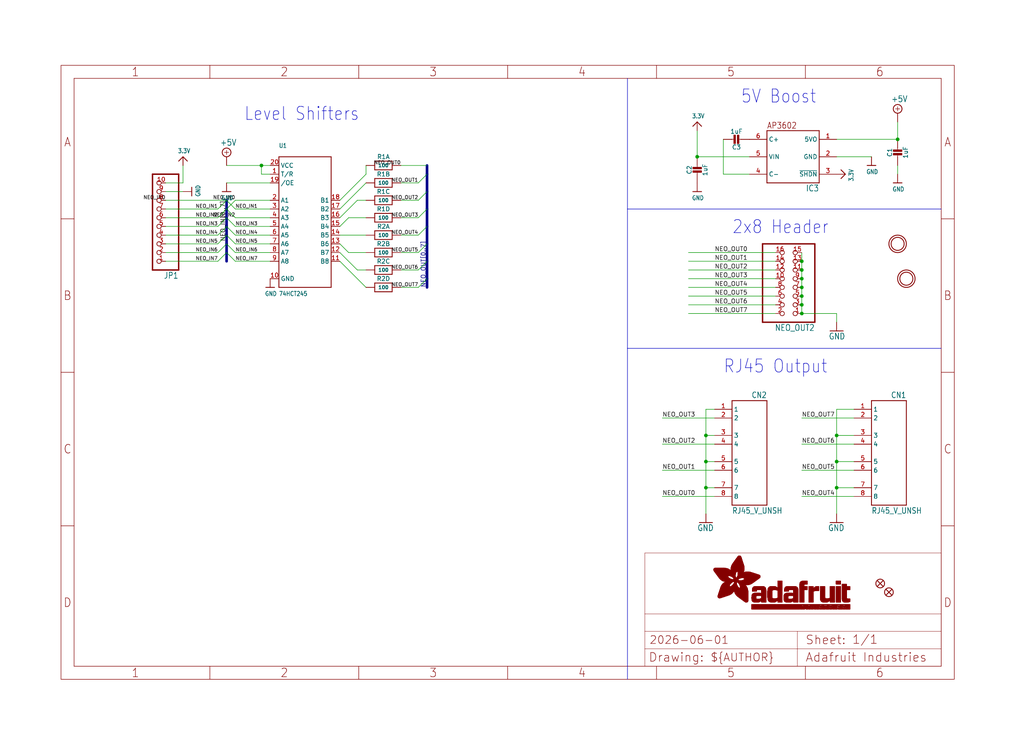
<source format=kicad_sch>
(kicad_sch (version 20230121) (generator eeschema)
  (paper "User" 298.45 217.322)
  (lib_symbols
    (symbol "working-eagle-import:+5V" (power)
      (property "Value" "+5V" (at -1.905 3.175 0))
      (symbol "+5V_1_0"
        (pin power_in line (at 0 -2.54 90) (length 2.54) (name "+5V") (number "1"))
      )
    )
    (symbol "working-eagle-import:3.3V" (power)
      (property "Value" "3.3V" (at -1.524 1.016 0))
      (symbol "3.3V_1_0"
        (pin power_in line (at 0 -2.54 90) (length 2.54) (name "3.3V") (number "1"))
      )
    )
    (symbol "working-eagle-import:74LCX245"
      (property "Reference" "U" (at -7.62 22.86 0))
      (symbol "74LCX245_1_0"
        (pin bidirectional line (at -10.16 15.24 0) (length 2.54) (name "T/R") (number "1"))
        (pin bidirectional line (at -10.16 -15.24 0) (length 2.54) (name "GND") (number "10"))
        (pin bidirectional line (at 10.16 -10.16 180) (length 2.54) (name "B8") (number "11"))
        (pin bidirectional line (at 10.16 -7.62 180) (length 2.54) (name "B7") (number "12"))
        (pin bidirectional line (at 10.16 -5.08 180) (length 2.54) (name "B6") (number "13"))
        (pin bidirectional line (at 10.16 -2.54 180) (length 2.54) (name "B5") (number "14"))
        (pin bidirectional line (at 10.16 0 180) (length 2.54) (name "B4") (number "15"))
        (pin bidirectional line (at 10.16 2.54 180) (length 2.54) (name "B3") (number "16"))
        (pin bidirectional line (at 10.16 5.08 180) (length 2.54) (name "B2") (number "17"))
        (pin bidirectional line (at 10.16 7.62 180) (length 2.54) (name "B1") (number "18"))
        (pin bidirectional line (at -10.16 12.7 0) (length 2.54) (name "/OE") (number "19"))
        (pin bidirectional line (at -10.16 7.62 0) (length 2.54) (name "A1") (number "2"))
        (pin bidirectional line (at -10.16 17.78 0) (length 2.54) (name "VCC") (number "20"))
        (pin bidirectional line (at -10.16 5.08 0) (length 2.54) (name "A2") (number "3"))
        (pin bidirectional line (at -10.16 2.54 0) (length 2.54) (name "A3") (number "4"))
        (pin bidirectional line (at -10.16 0 0) (length 2.54) (name "A4") (number "5"))
        (pin bidirectional line (at -10.16 -2.54 0) (length 2.54) (name "A5") (number "6"))
        (pin bidirectional line (at -10.16 -5.08 0) (length 2.54) (name "A6") (number "7"))
        (pin bidirectional line (at -10.16 -7.62 0) (length 2.54) (name "A7") (number "8"))
        (pin bidirectional line (at -10.16 -10.16 0) (length 2.54) (name "A8") (number "9"))
      )
    )
    (symbol "working-eagle-import:AP3602"
      (property "Reference" "IC" (at -7.62 -10.16 0))
      (symbol "AP3602_1_0"
        (text "AP3602" (at 7.62 10.16 0) (effects (font (size 1.778 1.5113)) (justify right top)))
        (pin power_in line (at -12.7 5.08 0) (length 5.08) (name "5VO") (number "1"))
        (pin power_in line (at -12.7 0 0) (length 5.08) (name "GND") (number "2"))
        (pin input line (at -12.7 -5.08 0) (length 5.08) (name "~{SHDN}") (number "3"))
        (pin bidirectional line (at 12.7 -5.08 180) (length 5.08) (name "C-") (number "4"))
        (pin power_in line (at 12.7 0 180) (length 5.08) (name "VIN") (number "5"))
        (pin bidirectional line (at 12.7 5.08 180) (length 5.08) (name "C+") (number "6"))
      )
    )
    (symbol "working-eagle-import:CAP_CERAMIC0603_NO"
      (property "Reference" "C" (at -2.29 1.25 90))
      (symbol "CAP_CERAMIC0603_NO_1_0"
        (pin passive line (at 0 5.08 270) (length 2.54) (name "1") (number "1"))
        (pin passive line (at 0 -2.54 90) (length 2.54) (name "2") (number "2"))
      )
    )
    (symbol "working-eagle-import:FIDUCIAL_1MM")
    (symbol "working-eagle-import:FRAME_A4_ADAFRUIT"
      (symbol "FRAME_A4_ADAFRUIT_1_0"
        (text "${#}/${##}" (at 230.505 10.16 0) (effects (font (size 2.54 2.54)) (justify left bottom)))
        (text "${AUTHOR}" (at 189.23 5.08 0) (effects (font (size 2.286 2.286)) (justify left bottom)))
        (text "${CURRENT_DATE}" (at 171.45 10.16 0) (effects (font (size 2.286 2.286)) (justify left bottom)))
        (text "${PROJECTNAME}" (at 171.45 15.24 0) (effects (font (size 2.54 2.54)) (justify left bottom)))
        (text "1" (at 21.6958 1.905 0) (effects (font (size 2.54 2.286))))
        (text "1" (at 21.6958 177.165 0) (effects (font (size 2.54 2.286))))
        (text "2" (at 65.0875 1.905 0) (effects (font (size 2.54 2.286))))
        (text "2" (at 65.0875 177.165 0) (effects (font (size 2.54 2.286))))
        (text "3" (at 108.4792 1.905 0) (effects (font (size 2.54 2.286))))
        (text "3" (at 108.4792 177.165 0) (effects (font (size 2.54 2.286))))
        (text "4" (at 151.8708 1.905 0) (effects (font (size 2.54 2.286))))
        (text "4" (at 151.8708 177.165 0) (effects (font (size 2.54 2.286))))
        (text "5" (at 195.2625 1.905 0) (effects (font (size 2.54 2.286))))
        (text "5" (at 195.2625 177.165 0) (effects (font (size 2.54 2.286))))
        (text "6" (at 238.6542 1.905 0) (effects (font (size 2.54 2.286))))
        (text "6" (at 238.6542 177.165 0) (effects (font (size 2.54 2.286))))
        (text "A" (at 1.905 156.6863 0) (effects (font (size 2.54 2.286))))
        (text "A" (at 258.445 156.6863 0) (effects (font (size 2.54 2.286))))
        (text "Adafruit Industries" (at 216.916 4.953 0) (effects (font (size 2.54 2.54)) (justify left bottom)))
        (text "B" (at 1.905 111.9188 0) (effects (font (size 2.54 2.286))))
        (text "B" (at 258.445 111.9188 0) (effects (font (size 2.54 2.286))))
        (text "C" (at 1.905 67.1513 0) (effects (font (size 2.54 2.286))))
        (text "C" (at 258.445 67.1513 0) (effects (font (size 2.54 2.286))))
        (text "D" (at 1.905 22.3838 0) (effects (font (size 2.54 2.286))))
        (text "D" (at 258.445 22.3838 0) (effects (font (size 2.54 2.286))))
        (text "Drawing:" (at 171.196 4.953 0) (effects (font (size 2.54 2.54)) (justify left bottom)))
        (text "Sheet:" (at 216.916 10.033 0) (effects (font (size 2.54 2.54)) (justify left bottom)))
      )
    )
    (symbol "working-eagle-import:GND" (power)
      (property "Value" "GND" (at -1.524 -2.54 0))
      (symbol "GND_1_0"
        (pin power_in line (at 0 2.54 270) (length 2.54) (name "GND") (number "1"))
      )
    )
    (symbol "working-eagle-import:HEADER-1X1070MIL"
      (property "Reference" "JP" (at -6.35 13.335 0))
      (symbol "HEADER-1X1070MIL_1_0"
        (pin passive inverted (at -2.54 10.16 0) (length 2.54) (name "1") (number "1"))
        (pin passive inverted (at -2.54 -12.7 0) (length 2.54) (name "10") (number "10"))
        (pin passive inverted (at -2.54 7.62 0) (length 2.54) (name "2") (number "2"))
        (pin passive inverted (at -2.54 5.08 0) (length 2.54) (name "3") (number "3"))
        (pin passive inverted (at -2.54 2.54 0) (length 2.54) (name "4") (number "4"))
        (pin passive inverted (at -2.54 0 0) (length 2.54) (name "5") (number "5"))
        (pin passive inverted (at -2.54 -2.54 0) (length 2.54) (name "6") (number "6"))
        (pin passive inverted (at -2.54 -5.08 0) (length 2.54) (name "7") (number "7"))
        (pin passive inverted (at -2.54 -7.62 0) (length 2.54) (name "8") (number "8"))
        (pin passive inverted (at -2.54 -10.16 0) (length 2.54) (name "9") (number "9"))
      )
    )
    (symbol "working-eagle-import:HEADER-2X8"
      (property "Reference" "JP" (at -8.89 10.795 0))
      (symbol "HEADER-2X8_1_0"
        (pin passive inverted (at -5.08 7.62 0) (length 2.54) (name "1") (number "1"))
        (pin passive inverted (at 2.54 -2.54 180) (length 2.54) (name "10") (number "10"))
        (pin passive inverted (at -5.08 -5.08 0) (length 2.54) (name "11") (number "11"))
        (pin passive inverted (at 2.54 -5.08 180) (length 2.54) (name "12") (number "12"))
        (pin passive inverted (at -5.08 -7.62 0) (length 2.54) (name "13") (number "13"))
        (pin passive inverted (at 2.54 -7.62 180) (length 2.54) (name "14") (number "14"))
        (pin passive inverted (at -5.08 -10.16 0) (length 2.54) (name "15") (number "15"))
        (pin passive inverted (at 2.54 -10.16 180) (length 2.54) (name "16") (number "16"))
        (pin passive inverted (at 2.54 7.62 180) (length 2.54) (name "2") (number "2"))
        (pin passive inverted (at -5.08 5.08 0) (length 2.54) (name "3") (number "3"))
        (pin passive inverted (at 2.54 5.08 180) (length 2.54) (name "4") (number "4"))
        (pin passive inverted (at -5.08 2.54 0) (length 2.54) (name "5") (number "5"))
        (pin passive inverted (at 2.54 2.54 180) (length 2.54) (name "6") (number "6"))
        (pin passive inverted (at -5.08 0 0) (length 2.54) (name "7") (number "7"))
        (pin passive inverted (at 2.54 0 180) (length 2.54) (name "8") (number "8"))
        (pin passive inverted (at -5.08 -2.54 0) (length 2.54) (name "9") (number "9"))
      )
    )
    (symbol "working-eagle-import:MOUNTINGHOLE2.5")
    (symbol "working-eagle-import:RESISTOR_4PACK"
      (property "Reference" "R" (at 0 2.54 0))
      (symbol "RESISTOR_4PACK_1_0"
        (pin passive line (at -5.08 0 0) (length 2.54) (name "1") (number "1"))
        (pin passive line (at 5.08 0 180) (length 2.54) (name "2") (number "8"))
      )
      (symbol "RESISTOR_4PACK_2_0"
        (pin passive line (at -5.08 0 0) (length 2.54) (name "1") (number "2"))
        (pin passive line (at 5.08 0 180) (length 2.54) (name "2") (number "7"))
      )
      (symbol "RESISTOR_4PACK_3_0"
        (pin passive line (at -5.08 0 0) (length 2.54) (name "1") (number "3"))
        (pin passive line (at 5.08 0 180) (length 2.54) (name "2") (number "6"))
      )
      (symbol "RESISTOR_4PACK_4_0"
        (pin passive line (at -5.08 0 0) (length 2.54) (name "1") (number "4"))
        (pin passive line (at 5.08 0 180) (length 2.54) (name "2") (number "5"))
      )
    )
    (symbol "working-eagle-import:RJ45_V_UNSH"
      (property "Reference" "CN" (at 5.08 17.78 0))
      (symbol "RJ45_V_UNSH_1_0"
        (pin bidirectional line (at -10.16 12.7 0) (length 5.08) (name "1") (number "1"))
        (pin bidirectional line (at -10.16 10.16 0) (length 5.08) (name "2") (number "2"))
        (pin bidirectional line (at -10.16 5.08 0) (length 5.08) (name "3") (number "3"))
        (pin bidirectional line (at -10.16 2.54 0) (length 5.08) (name "4") (number "4"))
        (pin bidirectional line (at -10.16 -2.54 0) (length 5.08) (name "5") (number "5"))
        (pin bidirectional line (at -10.16 -5.08 0) (length 5.08) (name "6") (number "6"))
        (pin bidirectional line (at -10.16 -10.16 0) (length 5.08) (name "7") (number "7"))
        (pin bidirectional line (at -10.16 -12.7 0) (length 5.08) (name "8") (number "8"))
      )
    )
    (symbol "working-eagle-import:supply1_GND" (power)
      (property "Value" "supply1_GND" (at -2.54 -2.54 0))
      (symbol "supply1_GND_1_0"
        (pin power_in line (at 0 2.54 270) (length 2.54) (name "GND") (number "1"))
      )
    )
  )
  (junction (at 233.68 78.74))
  (junction (at 243.84 134.62))
  (junction (at 203.2 45.72))
  (junction (at 233.68 86.36))
  (junction (at 76.2 48.26))
  (junction (at 205.74 142.24))
  (junction (at 233.68 88.9))
  (junction (at 261.62 40.64))
  (junction (at 233.68 83.82))
  (junction (at 233.68 91.44))
  (junction (at 233.68 76.2))
  (junction (at 243.84 142.24))
  (junction (at 205.74 127))
  (junction (at 243.84 127))
  (junction (at 233.68 81.28))
  (junction (at 205.74 134.62))
  (bus_entry (at 121.92 58.42) (size 2.54 -2.54))
  (bus_entry (at 63.5 66.04) (size 2.54 -2.54))
  (bus_entry (at 121.92 83.82) (size 2.54 -2.54))
  (bus_entry (at 68.58 58.42) (size -2.54 2.54))
  (bus_entry (at 68.58 60.96) (size -2.54 -2.54))
  (bus_entry (at 63.5 71.12) (size 2.54 -2.54))
  (bus_entry (at 121.92 63.5) (size 2.54 -2.54))
  (bus_entry (at 68.58 63.5) (size -2.54 -2.54))
  (bus_entry (at 68.58 68.58) (size -2.54 -2.54))
  (bus_entry (at 63.5 73.66) (size 2.54 -2.54))
  (bus_entry (at 121.92 68.58) (size 2.54 -2.54))
  (bus_entry (at 121.92 53.34) (size 2.54 -2.54))
  (bus_entry (at 121.92 73.66) (size 2.54 -2.54))
  (bus_entry (at 68.58 73.66) (size -2.54 -2.54))
  (bus_entry (at 121.92 78.74) (size 2.54 -2.54))
  (bus_entry (at 68.58 71.12) (size -2.54 -2.54))
  (bus_entry (at 63.5 68.58) (size 2.54 -2.54))
  (bus_entry (at 63.5 76.2) (size 2.54 -2.54))
  (bus_entry (at 63.5 60.96) (size 2.54 -2.54))
  (bus_entry (at 63.5 63.5) (size 2.54 -2.54))
  (bus_entry (at 68.58 66.04) (size -2.54 -2.54))
  (bus_entry (at 68.58 76.2) (size -2.54 -2.54))
  (wire (pts (xy 78.74 50.8) (xy 76.2 50.8)) (stroke (width 0.1524)))
  (wire (pts (xy 66.04 53.34) (xy 78.74 53.34)) (stroke (width 0.1524)))
  (bus (pts (xy 66.04 73.66) (xy 66.04 76.2)) (stroke (width 0.762)))
  (wire (pts (xy 200.66 73.66) (xy 226.06 73.66)) (stroke (width 0.1524)))
  (wire (pts (xy 48.26 73.66) (xy 63.5 73.66)) (stroke (width 0.1524)))
  (wire (pts (xy 104.14 58.42) (xy 106.68 58.42)) (stroke (width 0.1524)))
  (wire (pts (xy 248.92 134.62) (xy 243.84 134.62)) (stroke (width 0.1524)))
  (wire (pts (xy 99.06 68.58) (xy 106.68 68.58)) (stroke (width 0.1524)))
  (wire (pts (xy 48.26 68.58) (xy 63.5 68.58)) (stroke (width 0.1524)))
  (wire (pts (xy 78.74 76.2) (xy 68.58 76.2)) (stroke (width 0.1524)))
  (wire (pts (xy 233.68 86.36) (xy 233.68 88.9)) (stroke (width 0.1524)))
  (wire (pts (xy 116.84 53.34) (xy 121.92 53.34)) (stroke (width 0.1524)))
  (bus (pts (xy 124.46 60.96) (xy 124.46 66.04)) (stroke (width 0.762)))
  (wire (pts (xy 48.26 63.5) (xy 63.5 63.5)) (stroke (width 0.1524)))
  (wire (pts (xy 48.26 60.96) (xy 63.5 60.96)) (stroke (width 0.1524)))
  (wire (pts (xy 226.06 83.82) (xy 200.66 83.82)) (stroke (width 0.1524)))
  (wire (pts (xy 233.68 91.44) (xy 243.84 91.44)) (stroke (width 0.1524)))
  (wire (pts (xy 218.44 45.72) (xy 203.2 45.72)) (stroke (width 0.1524)))
  (wire (pts (xy 76.2 48.26) (xy 78.74 48.26)) (stroke (width 0.1524)))
  (wire (pts (xy 68.58 63.5) (xy 78.74 63.5)) (stroke (width 0.1524)))
  (wire (pts (xy 205.74 142.24) (xy 208.28 142.24)) (stroke (width 0.1524)))
  (wire (pts (xy 99.06 73.66) (xy 104.14 78.74)) (stroke (width 0.1524)))
  (wire (pts (xy 208.28 121.92) (xy 193.04 121.92)) (stroke (width 0.1524)))
  (wire (pts (xy 116.84 63.5) (xy 121.92 63.5)) (stroke (width 0.1524)))
  (wire (pts (xy 243.84 127) (xy 243.84 134.62)) (stroke (width 0.1524)))
  (wire (pts (xy 116.84 48.26) (xy 124.46 48.26)) (stroke (width 0.1524)))
  (wire (pts (xy 78.74 68.58) (xy 68.58 68.58)) (stroke (width 0.1524)))
  (wire (pts (xy 208.28 119.38) (xy 205.74 119.38)) (stroke (width 0.1524)))
  (wire (pts (xy 233.68 129.54) (xy 248.92 129.54)) (stroke (width 0.1524)))
  (wire (pts (xy 248.92 144.78) (xy 233.68 144.78)) (stroke (width 0.1524)))
  (wire (pts (xy 248.92 127) (xy 243.84 127)) (stroke (width 0.1524)))
  (wire (pts (xy 205.74 134.62) (xy 205.74 142.24)) (stroke (width 0.1524)))
  (wire (pts (xy 48.26 53.34) (xy 53.34 53.34)) (stroke (width 0.1524)))
  (wire (pts (xy 261.62 40.64) (xy 261.62 35.56)) (stroke (width 0.1524)))
  (polyline (pts (xy 182.88 60.96) (xy 182.88 22.86)) (stroke (width 0.1524) (type solid)))
  (polyline (pts (xy 182.88 101.6) (xy 182.88 60.96)) (stroke (width 0.1524) (type solid)))
  (wire (pts (xy 208.28 127) (xy 205.74 127)) (stroke (width 0.1524)))
  (wire (pts (xy 233.68 88.9) (xy 233.68 91.44)) (stroke (width 0.1524)))
  (wire (pts (xy 193.04 137.16) (xy 208.28 137.16)) (stroke (width 0.1524)))
  (wire (pts (xy 210.82 50.8) (xy 210.82 40.64)) (stroke (width 0.1524)))
  (wire (pts (xy 68.58 58.42) (xy 78.74 58.42)) (stroke (width 0.1524)))
  (wire (pts (xy 243.84 119.38) (xy 243.84 127)) (stroke (width 0.1524)))
  (wire (pts (xy 78.74 66.04) (xy 68.58 66.04)) (stroke (width 0.1524)))
  (polyline (pts (xy 182.88 60.96) (xy 274.32 60.96)) (stroke (width 0.1524) (type solid)))
  (wire (pts (xy 248.92 137.16) (xy 233.68 137.16)) (stroke (width 0.1524)))
  (wire (pts (xy 78.74 60.96) (xy 68.58 60.96)) (stroke (width 0.1524)))
  (bus (pts (xy 124.46 55.88) (xy 124.46 60.96)) (stroke (width 0.762)))
  (bus (pts (xy 66.04 60.96) (xy 66.04 63.5)) (stroke (width 0.762)))
  (wire (pts (xy 48.26 71.12) (xy 63.5 71.12)) (stroke (width 0.1524)))
  (bus (pts (xy 66.04 58.42) (xy 66.04 60.96)) (stroke (width 0.762)))
  (wire (pts (xy 200.66 76.2) (xy 226.06 76.2)) (stroke (width 0.1524)))
  (wire (pts (xy 208.28 134.62) (xy 205.74 134.62)) (stroke (width 0.1524)))
  (wire (pts (xy 233.68 78.74) (xy 233.68 81.28)) (stroke (width 0.1524)))
  (polyline (pts (xy 182.88 101.6) (xy 274.32 101.6)) (stroke (width 0.1524) (type solid)))
  (wire (pts (xy 208.28 144.78) (xy 193.04 144.78)) (stroke (width 0.1524)))
  (bus (pts (xy 66.04 71.12) (xy 66.04 73.66)) (stroke (width 0.762)))
  (bus (pts (xy 66.04 63.5) (xy 66.04 66.04)) (stroke (width 0.762)))
  (wire (pts (xy 99.06 58.42) (xy 106.68 50.8)) (stroke (width 0.1524)))
  (wire (pts (xy 233.68 81.28) (xy 233.68 83.82)) (stroke (width 0.1524)))
  (wire (pts (xy 99.06 60.96) (xy 106.68 53.34)) (stroke (width 0.1524)))
  (wire (pts (xy 205.74 119.38) (xy 205.74 127)) (stroke (width 0.1524)))
  (wire (pts (xy 104.14 78.74) (xy 106.68 78.74)) (stroke (width 0.1524)))
  (wire (pts (xy 53.34 53.34) (xy 53.34 48.26)) (stroke (width 0.1524)))
  (wire (pts (xy 106.68 50.8) (xy 106.68 48.26)) (stroke (width 0.1524)))
  (wire (pts (xy 78.74 73.66) (xy 68.58 73.66)) (stroke (width 0.1524)))
  (wire (pts (xy 200.66 81.28) (xy 226.06 81.28)) (stroke (width 0.1524)))
  (wire (pts (xy 116.84 83.82) (xy 121.92 83.82)) (stroke (width 0.1524)))
  (wire (pts (xy 243.84 91.44) (xy 243.84 93.98)) (stroke (width 0.1524)))
  (bus (pts (xy 124.46 48.26) (xy 124.46 50.8)) (stroke (width 0.762)))
  (bus (pts (xy 124.46 66.04) (xy 124.46 71.12)) (stroke (width 0.762)))
  (wire (pts (xy 48.26 66.04) (xy 63.5 66.04)) (stroke (width 0.1524)))
  (wire (pts (xy 243.84 40.64) (xy 261.62 40.64)) (stroke (width 0.1524)))
  (bus (pts (xy 124.46 50.8) (xy 124.46 55.88)) (stroke (width 0.762)))
  (wire (pts (xy 76.2 50.8) (xy 76.2 48.26)) (stroke (width 0.1524)))
  (wire (pts (xy 116.84 78.74) (xy 121.92 78.74)) (stroke (width 0.1524)))
  (wire (pts (xy 248.92 119.38) (xy 243.84 119.38)) (stroke (width 0.1524)))
  (bus (pts (xy 66.04 68.58) (xy 66.04 71.12)) (stroke (width 0.762)))
  (wire (pts (xy 203.2 45.72) (xy 203.2 38.1)) (stroke (width 0.1524)))
  (wire (pts (xy 66.04 48.26) (xy 76.2 48.26)) (stroke (width 0.1524)))
  (wire (pts (xy 205.74 127) (xy 205.74 134.62)) (stroke (width 0.1524)))
  (wire (pts (xy 205.74 142.24) (xy 205.74 149.86)) (stroke (width 0.1524)))
  (wire (pts (xy 99.06 76.2) (xy 106.68 83.82)) (stroke (width 0.1524)))
  (wire (pts (xy 233.68 76.2) (xy 233.68 78.74)) (stroke (width 0.1524)))
  (wire (pts (xy 99.06 71.12) (xy 101.6 73.66)) (stroke (width 0.1524)))
  (wire (pts (xy 48.26 58.42) (xy 66.04 58.42)) (stroke (width 0.1524)))
  (wire (pts (xy 243.84 134.62) (xy 243.84 142.24)) (stroke (width 0.1524)))
  (wire (pts (xy 101.6 63.5) (xy 106.68 63.5)) (stroke (width 0.1524)))
  (bus (pts (xy 124.46 71.12) (xy 124.46 76.2)) (stroke (width 0.762)))
  (wire (pts (xy 101.6 73.66) (xy 106.68 73.66)) (stroke (width 0.1524)))
  (wire (pts (xy 116.84 58.42) (xy 121.92 58.42)) (stroke (width 0.1524)))
  (wire (pts (xy 200.66 78.74) (xy 226.06 78.74)) (stroke (width 0.1524)))
  (wire (pts (xy 218.44 50.8) (xy 210.82 50.8)) (stroke (width 0.1524)))
  (bus (pts (xy 124.46 81.28) (xy 124.46 83.82)) (stroke (width 0.762)))
  (wire (pts (xy 226.06 88.9) (xy 200.66 88.9)) (stroke (width 0.1524)))
  (wire (pts (xy 200.66 91.44) (xy 226.06 91.44)) (stroke (width 0.1524)))
  (wire (pts (xy 48.26 76.2) (xy 63.5 76.2)) (stroke (width 0.1524)))
  (wire (pts (xy 200.66 86.36) (xy 226.06 86.36)) (stroke (width 0.1524)))
  (wire (pts (xy 99.06 66.04) (xy 101.6 63.5)) (stroke (width 0.1524)))
  (wire (pts (xy 208.28 129.54) (xy 193.04 129.54)) (stroke (width 0.1524)))
  (wire (pts (xy 243.84 142.24) (xy 248.92 142.24)) (stroke (width 0.1524)))
  (wire (pts (xy 78.74 71.12) (xy 68.58 71.12)) (stroke (width 0.1524)))
  (wire (pts (xy 254 45.72) (xy 243.84 45.72)) (stroke (width 0.1524)))
  (wire (pts (xy 233.68 83.82) (xy 233.68 86.36)) (stroke (width 0.1524)))
  (wire (pts (xy 116.84 68.58) (xy 121.92 68.58)) (stroke (width 0.1524)))
  (wire (pts (xy 243.84 142.24) (xy 243.84 149.86)) (stroke (width 0.1524)))
  (bus (pts (xy 124.46 76.2) (xy 124.46 81.28)) (stroke (width 0.762)))
  (wire (pts (xy 116.84 73.66) (xy 121.92 73.66)) (stroke (width 0.1524)))
  (polyline (pts (xy 182.88 101.6) (xy 182.88 198.12)) (stroke (width 0.1524) (type solid)))
  (wire (pts (xy 53.34 55.88) (xy 48.26 55.88)) (stroke (width 0.1524)))
  (bus (pts (xy 66.04 66.04) (xy 66.04 68.58)) (stroke (width 0.762)))
  (wire (pts (xy 261.62 48.26) (xy 261.62 50.8)) (stroke (width 0.1524)))
  (wire (pts (xy 248.92 121.92) (xy 233.68 121.92)) (stroke (width 0.1524)))
  (wire (pts (xy 99.06 63.5) (xy 104.14 58.42)) (stroke (width 0.1524)))
  (wire (pts (xy 233.68 73.66) (xy 233.68 76.2)) (stroke (width 0.1524)))
  (text "Level Shifters" (at 71.12 35.56 0) (effects (font (size 3.81 3.2385)) (justify left bottom)))
  (text "2x8 Header" (at 213.36 68.58 0) (effects (font (size 3.81 3.2385)) (justify left bottom)))
  (text "RJ45 Output" (at 210.82 109.22 0) (effects (font (size 3.81 3.2385)) (justify left bottom)))
  (text "5V Boost" (at 215.9 30.48 0) (effects (font (size 3.81 3.2385)) (justify left bottom)))
  (label "NEO_OUT5" (at 121.92 73.66 180) (effects (font (size 1.016 1.016))))
  (label "NEO_OUT0" (at 193.04 144.78 0) (effects (font (size 1.2446 1.2446))))
  (label "NEO_IN0" (at 48.26 58.42 180) (effects (font (size 1.016 1.016))))
  (label "NEO_IN5" (at 63.5 71.12 180) (effects (font (size 1.016 1.016))))
  (label "NEO_IN6" (at 63.5 73.66 180) (effects (font (size 1.016 1.016))))
  (label "NEO_OUT7" (at 233.68 121.92 0) (effects (font (size 1.2446 1.2446))))
  (label "NEO_OUT2" (at 193.04 129.54 0) (effects (font (size 1.2446 1.2446))))
  (label "NEO_IN3" (at 68.58 66.04 0) (effects (font (size 1.016 1.016))))
  (label "NEO_IN1" (at 63.5 60.96 180) (effects (font (size 1.016 1.016))))
  (label "NEO_IN4" (at 63.5 68.58 180) (effects (font (size 1.016 1.016))))
  (label "NEO_IN[0..7]" (at 66.04 58.42 270) (effects (font (size 1.2446 1.2446))))
  (label "NEO_IN0" (at 68.58 58.42 180) (effects (font (size 1.016 1.016))))
  (label "NEO_OUT1" (at 193.04 137.16 0) (effects (font (size 1.2446 1.2446))))
  (label "NEO_OUT0" (at 116.84 48.26 180) (effects (font (size 1.016 1.016))))
  (label "NEO_OUT4" (at 121.92 68.58 180) (effects (font (size 1.016 1.016))))
  (label "NEO_OUT2" (at 208.28 78.74 0) (effects (font (size 1.2446 1.2446))))
  (label "NEO_OUT4" (at 233.68 144.78 0) (effects (font (size 1.2446 1.2446))))
  (label "NEO_IN3" (at 63.5 66.04 180) (effects (font (size 1.016 1.016))))
  (label "NEO_OUT1" (at 121.92 53.34 180) (effects (font (size 1.016 1.016))))
  (label "NEO_OUT[0..7]" (at 124.46 83.82 90) (effects (font (size 1.2446 1.2446))))
  (label "NEO_OUT5" (at 208.28 86.36 0) (effects (font (size 1.2446 1.2446))))
  (label "NEO_OUT7" (at 121.92 83.82 180) (effects (font (size 1.016 1.016))))
  (label "NEO_OUT3" (at 208.28 81.28 0) (effects (font (size 1.2446 1.2446))))
  (label "NEO_IN1" (at 68.58 60.96 0) (effects (font (size 1.016 1.016))))
  (label "NEO_OUT1" (at 208.28 76.2 0) (effects (font (size 1.2446 1.2446))))
  (label "NEO_OUT2" (at 121.92 58.42 180) (effects (font (size 1.016 1.016))))
  (label "NEO_OUT6" (at 208.28 88.9 0) (effects (font (size 1.2446 1.2446))))
  (label "NEO_IN4" (at 68.58 68.58 0) (effects (font (size 1.016 1.016))))
  (label "NEO_OUT0" (at 208.28 73.66 0) (effects (font (size 1.2446 1.2446))))
  (label "NEO_OUT7" (at 208.28 91.44 0) (effects (font (size 1.2446 1.2446))))
  (label "NEO_OUT4" (at 208.28 83.82 0) (effects (font (size 1.2446 1.2446))))
  (label "NEO_OUT3" (at 121.92 63.5 180) (effects (font (size 1.016 1.016))))
  (label "NEO_IN7" (at 68.58 76.2 0) (effects (font (size 1.016 1.016))))
  (label "NEO_OUT6" (at 121.92 78.74 180) (effects (font (size 1.016 1.016))))
  (label "NEO_IN7" (at 63.5 76.2 180) (effects (font (size 1.016 1.016))))
  (label "NEO_IN6" (at 68.58 73.66 0) (effects (font (size 1.016 1.016))))
  (label "NEO_OUT5" (at 233.68 137.16 0) (effects (font (size 1.2446 1.2446))))
  (label "NEO_IN5" (at 68.58 71.12 0) (effects (font (size 1.016 1.016))))
  (label "NEO_OUT6" (at 233.68 129.54 0) (effects (font (size 1.2446 1.2446))))
  (label "NEO_IN2" (at 63.5 63.5 180) (effects (font (size 1.016 1.016))))
  (label "NEO_OUT3" (at 193.04 121.92 0) (effects (font (size 1.2446 1.2446))))
  (label "NEO_IN2" (at 68.58 63.5 180) (effects (font (size 1.016 1.016))))
  (symbol (lib_id "working-eagle-import:RJ45_V_UNSH") (at 259.08 132.08 0) (unit 1)
    (property "Reference" "CN1" (at 264.16 114.3 0) (effects (font (size 1.6764 1.4249)) (justify right top)))
    (property "Value" "RJ45_V_UNSH" (at 254 149.86 0) (effects (font (size 1.6764 1.4249)) (justify left bottom)))
    (property "Footprint" "working:RJ45_VERTICAL_UNSHIELDED" (effects hide))
  )
  (symbol (lib_id "working-eagle-import:3.3V") (at 203.2 35.56 0) (unit 1)
    (property "Reference" "#U$4" (effects hide))
    (property "Value" "3.3V" (at 201.676 34.544 0) (effects (font (size 1.27 1.0795)) (justify left bottom)))
  )
  (symbol (lib_id "working-eagle-import:RJ45_V_UNSH") (at 218.44 132.08 0) (unit 1)
    (property "Reference" "CN2" (at 223.52 114.3 0) (effects (font (size 1.6764 1.4249)) (justify right top)))
    (property "Value" "RJ45_V_UNSH" (at 213.36 149.86 0) (effects (font (size 1.6764 1.4249)) (justify left bottom)))
    (property "Footprint" "working:RJ45_VERTICAL_UNSHIELDED" (effects hide))
  )
  (symbol (lib_id "working-eagle-import:FRAME_A4_ADAFRUIT") (at 17.78 198.12 0) (unit 1)
    (property "Reference" "#U$1" (effects hide))
    (property "Value" "FRAME_A4_ADAFRUIT" (effects hide))
  )
  (symbol (lib_id "working-eagle-import:GND") (at 261.62 53.34 0) (unit 1)
    (property "Reference" "#U$2" (effects hide))
    (property "Value" "GND" (at 260.096 55.88 0) (effects (font (size 1.27 1.0795)) (justify left bottom)))
  )
  (symbol (lib_id "working-eagle-import:MOUNTINGHOLE2.5") (at 264.16 81.28 0) (unit 1)
    (property "Reference" "U$7" (effects hide))
    (property "Value" "MOUNTINGHOLE2.5" (effects hide))
    (property "Footprint" "working:MOUNTINGHOLE_2.5_PLATED" (effects hide))
  )
  (symbol (lib_id "working-eagle-import:RESISTOR_4PACK") (at 111.76 63.5 0) (unit 4)
    (property "Reference" "R1" (at 111.76 60.96 0))
    (property "Value" "100" (at 111.76 63.5 0) (effects (font (size 1.016 1.016) bold)))
    (property "Footprint" "working:RESPACK_4X0603" (effects hide))
  )
  (symbol (lib_id "working-eagle-import:FIDUCIAL_1MM") (at 259.08 172.72 0) (unit 1)
    (property "Reference" "FID2" (effects hide))
    (property "Value" "FIDUCIAL_1MM" (effects hide))
    (property "Footprint" "working:FIDUCIAL_1MM" (effects hide))
  )
  (symbol (lib_id "working-eagle-import:GND") (at 66.04 55.88 0) (unit 1)
    (property "Reference" "#U$9" (effects hide))
    (property "Value" "GND" (at 64.516 58.42 0) (effects (font (size 1.27 1.0795)) (justify left bottom)))
  )
  (symbol (lib_id "working-eagle-import:+5V") (at 66.04 45.72 0) (unit 1)
    (property "Reference" "#SUPPLY2" (effects hide))
    (property "Value" "+5V" (at 64.135 42.545 0) (effects (font (size 1.778 1.5113)) (justify left bottom)))
  )
  (symbol (lib_id "working-eagle-import:3.3V") (at 53.34 45.72 0) (unit 1)
    (property "Reference" "#U$10" (effects hide))
    (property "Value" "3.3V" (at 51.816 44.704 0) (effects (font (size 1.27 1.0795)) (justify left bottom)))
  )
  (symbol (lib_id "working-eagle-import:3.3V") (at 246.38 50.8 270) (unit 1)
    (property "Reference" "#U$6" (effects hide))
    (property "Value" "3.3V" (at 247.396 49.276 0) (effects (font (size 1.27 1.0795)) (justify left bottom)))
  )
  (symbol (lib_id "working-eagle-import:RESISTOR_4PACK") (at 111.76 73.66 0) (unit 2)
    (property "Reference" "R2" (at 111.76 71.12 0))
    (property "Value" "100" (at 111.76 73.66 0) (effects (font (size 1.016 1.016) bold)))
    (property "Footprint" "working:RESPACK_4X0603" (effects hide))
  )
  (symbol (lib_id "working-eagle-import:GND") (at 254 48.26 0) (unit 1)
    (property "Reference" "#U$13" (effects hide))
    (property "Value" "GND" (at 252.476 50.8 0) (effects (font (size 1.27 1.0795)) (justify left bottom)))
  )
  (symbol (lib_id "working-eagle-import:supply1_GND") (at 243.84 152.4 0) (unit 1)
    (property "Reference" "#GND12" (effects hide))
    (property "Value" "GND" (at 241.3 154.94 0) (effects (font (size 1.778 1.5113)) (justify left bottom)))
  )
  (symbol (lib_id "working-eagle-import:+5V") (at 261.62 33.02 0) (unit 1)
    (property "Reference" "#SUPPLY1" (effects hide))
    (property "Value" "+5V" (at 259.715 29.845 0) (effects (font (size 1.778 1.5113)) (justify left bottom)))
  )
  (symbol (lib_id "working-eagle-import:supply1_GND") (at 243.84 96.52 0) (mirror y) (unit 1)
    (property "Reference" "#GND3" (effects hide))
    (property "Value" "GND" (at 246.38 99.06 0) (effects (font (size 1.778 1.5113)) (justify left bottom)))
  )
  (symbol (lib_id "working-eagle-import:RESISTOR_4PACK") (at 111.76 78.74 0) (unit 3)
    (property "Reference" "R2" (at 111.76 76.2 0))
    (property "Value" "100" (at 111.76 78.74 0) (effects (font (size 1.016 1.016) bold)))
    (property "Footprint" "working:RESPACK_4X0603" (effects hide))
  )
  (symbol (lib_id "working-eagle-import:RESISTOR_4PACK") (at 111.76 48.26 0) (unit 1)
    (property "Reference" "R1" (at 111.76 45.72 0))
    (property "Value" "100" (at 111.76 48.26 0) (effects (font (size 1.016 1.016) bold)))
    (property "Footprint" "working:RESPACK_4X0603" (effects hide))
  )
  (symbol (lib_id "working-eagle-import:74LCX245") (at 88.9 66.04 0) (unit 1)
    (property "Reference" "U1" (at 81.28 43.18 0) (effects (font (size 1.27 1.0795)) (justify left bottom)))
    (property "Value" "74HCT245" (at 81.28 86.36 0) (effects (font (size 1.27 1.0795)) (justify left bottom)))
    (property "Footprint" "working:TSSOP20" (effects hide))
  )
  (symbol (lib_id "working-eagle-import:FIDUCIAL_1MM") (at 256.54 170.18 0) (unit 1)
    (property "Reference" "FID1" (effects hide))
    (property "Value" "FIDUCIAL_1MM" (effects hide))
    (property "Footprint" "working:FIDUCIAL_1MM" (effects hide))
  )
  (symbol (lib_id "working-eagle-import:GND") (at 78.74 83.82 0) (unit 1)
    (property "Reference" "#U$8" (effects hide))
    (property "Value" "GND" (at 77.216 86.36 0) (effects (font (size 1.27 1.0795)) (justify left bottom)))
  )
  (symbol (lib_id "working-eagle-import:CAP_CERAMIC0603_NO") (at 203.2 50.8 0) (unit 1)
    (property "Reference" "C2" (at 200.91 49.55 90))
    (property "Value" "1uF" (at 205.5 49.55 90))
    (property "Footprint" "working:0603-NO" (effects hide))
  )
  (symbol (lib_id "working-eagle-import:GND") (at 55.88 55.88 90) (unit 1)
    (property "Reference" "#U$14" (effects hide))
    (property "Value" "GND" (at 58.42 57.404 0) (effects (font (size 1.27 1.0795)) (justify left bottom)))
  )
  (symbol (lib_id "working-eagle-import:HEADER-1X1070MIL") (at 45.72 66.04 180) (unit 1)
    (property "Reference" "JP1" (at 52.07 79.375 0) (effects (font (size 1.778 1.5113)) (justify left bottom)))
    (property "Value" "HEADER-1X1070MIL" (effects hide))
    (property "Footprint" "working:1X10_ROUND70" (effects hide))
  )
  (symbol (lib_id "working-eagle-import:HEADER-2X8") (at 228.6 83.82 180) (unit 1)
    (property "Reference" "NEO_OUT2" (at 237.49 94.615 0) (effects (font (size 1.778 1.5113)) (justify left bottom)))
    (property "Value" "HEADER-2X8" (effects hide))
    (property "Footprint" "working:2X08" (effects hide))
  )
  (symbol (lib_id "working-eagle-import:AP3602") (at 231.14 45.72 0) (mirror y) (unit 1)
    (property "Reference" "IC3" (at 238.76 55.88 0) (effects (font (size 1.778 1.5113)) (justify left bottom)))
    (property "Value" "AP3602" (effects hide))
    (property "Footprint" "working:SOT23-6" (effects hide))
  )
  (symbol (lib_id "working-eagle-import:MOUNTINGHOLE2.5") (at 261.62 71.12 0) (unit 1)
    (property "Reference" "U$3" (effects hide))
    (property "Value" "MOUNTINGHOLE2.5" (effects hide))
    (property "Footprint" "working:MOUNTINGHOLE_2.5_PLATED" (effects hide))
  )
  (symbol (lib_id "working-eagle-import:RESISTOR_4PACK") (at 111.76 83.82 0) (unit 4)
    (property "Reference" "R2" (at 111.76 81.28 0))
    (property "Value" "100" (at 111.76 83.82 0) (effects (font (size 1.016 1.016) bold)))
    (property "Footprint" "working:RESPACK_4X0603" (effects hide))
  )
  (symbol (lib_id "working-eagle-import:RESISTOR_4PACK") (at 111.76 58.42 0) (unit 3)
    (property "Reference" "R1" (at 111.76 55.88 0))
    (property "Value" "100" (at 111.76 58.42 0) (effects (font (size 1.016 1.016) bold)))
    (property "Footprint" "working:RESPACK_4X0603" (effects hide))
  )
  (symbol (lib_id "working-eagle-import:CAP_CERAMIC0603_NO") (at 215.9 40.64 90) (unit 1)
    (property "Reference" "C3" (at 214.65 42.93 90))
    (property "Value" "1uF" (at 214.65 38.34 90))
    (property "Footprint" "working:0603-NO" (effects hide))
  )
  (symbol (lib_id "working-eagle-import:GND") (at 203.2 55.88 0) (unit 1)
    (property "Reference" "#U$5" (effects hide))
    (property "Value" "GND" (at 201.676 58.42 0) (effects (font (size 1.27 1.0795)) (justify left bottom)))
  )
  (symbol (lib_id "working-eagle-import:RESISTOR_4PACK") (at 111.76 68.58 0) (unit 1)
    (property "Reference" "R2" (at 111.76 66.04 0))
    (property "Value" "100" (at 111.76 68.58 0) (effects (font (size 1.016 1.016) bold)))
    (property "Footprint" "working:RESPACK_4X0603" (effects hide))
  )
  (symbol (lib_id "working-eagle-import:CAP_CERAMIC0603_NO") (at 261.62 45.72 0) (unit 1)
    (property "Reference" "C1" (at 259.33 44.47 90))
    (property "Value" "1uF" (at 263.92 44.47 90))
    (property "Footprint" "working:0603-NO" (effects hide))
  )
  (symbol (lib_id "working-eagle-import:supply1_GND") (at 205.74 152.4 0) (unit 1)
    (property "Reference" "#GND11" (effects hide))
    (property "Value" "GND" (at 203.2 154.94 0) (effects (font (size 1.778 1.5113)) (justify left bottom)))
  )
  (symbol (lib_id "working-eagle-import:RESISTOR_4PACK") (at 111.76 53.34 0) (unit 2)
    (property "Reference" "R1" (at 111.76 50.8 0))
    (property "Value" "100" (at 111.76 53.34 0) (effects (font (size 1.016 1.016) bold)))
    (property "Footprint" "working:RESPACK_4X0603" (effects hide))
  )
)
</source>
